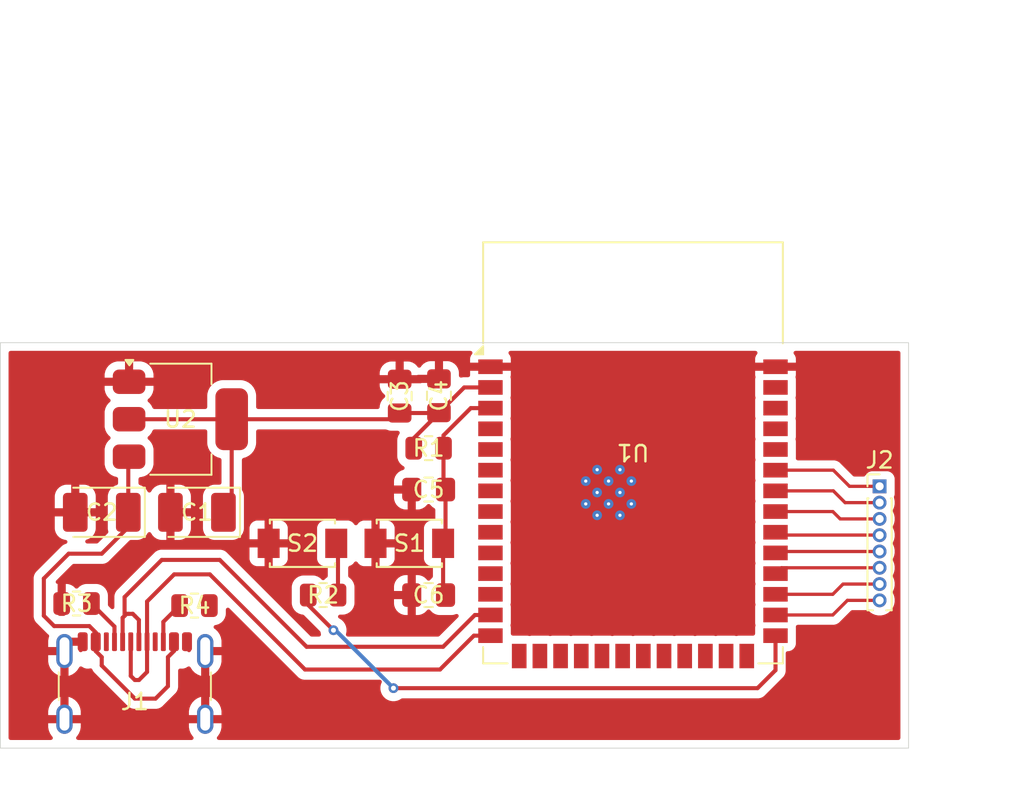
<source format=kicad_pcb>
(kicad_pcb (version 20241229) (generator "pcbnew") (generator_version "9.0")
  (layers (0 "F.Cu" signal) (2 "B.Cu" signal) (13 "F.Paste" user) (15 "B.Paste" user) (5 "F.SilkS" user "F.Silkscreen") (7 "B.SilkS" user "B.Silkscreen") (1 "F.Mask" user) (3 "B.Mask" user) (25 "Edge.Cuts" user))
  (net 0 "")
  (net 1 "+3V3")
  (net 2 "GND")
  (net 3 "+5V")
  (net 4 "EN")
  (net 5 "D-")
  (net 6 "D+")
  (net 8 "Net-(J1-CC1)")
  (net 9 "Net-(J1-CC2)")
  (net 11 "Net-(J2-Pin_4)")
  (net 12 "Net-(J2-Pin_3)")
  (net 13 "Net-(J2-Pin_8)")
  (net 14 "Net-(J2-Pin_7)")
  (net 15 "Net-(J2-Pin_6)")
  (net 16 "Net-(J2-Pin_2)")
  (net 17 "Net-(J2-Pin_5)")
  (net 18 "Net-(J2-Pin_1)")
  (net 19 "BOOT")
  (net 20 "Net-(R2-Pad2)")
  (footprint "Resistor_SMD:R_0805_2012Metric" (layer "F.Cu") (at 116.205 98.933)
    (property "Reference" "R2" (at 0 0 0) (layer "F.SilkS"))
    (property "Value" "100oh")
    (fp_line (start -0.227064 -0.735) (end 0.227064 -0.735) (stroke (width 0.12)) (layer "F.SilkS"))
    (fp_line (start -0.227064 0.735) (end 0.227064 0.735) (stroke (width 0.12)) (layer "F.SilkS"))
    (pad "1" smd roundrect (at -0.9125 0) (size 1.025 1.4) (layers "F.Cu" "F.Mask" "F.Paste") (roundrect_rratio 0.243902) (net 19 "BOOT"))
    (pad "2" smd roundrect (at 0.9125 0) (size 1.025 1.4) (layers "F.Cu" "F.Mask" "F.Paste") (roundrect_rratio 0.243902) (net 20 "Net-(R2-Pad2)"))
  )
  (footprint "Package_TO_SOT_SMD:SOT-223-3_TabPin2" (layer "F.Cu") (at 107.442 88.138)
    (property "Reference" "U2" (at 0 0 0) (layer "F.SilkS"))
    (property "Value" "AMS1117-3.3")
    (fp_line (start -1.85 -3.41) (end 1.91 -3.41) (stroke (width 0.12)) (layer "F.SilkS"))
    (fp_line (start -1.85 3.41) (end 1.91 3.41) (stroke (width 0.12)) (layer "F.SilkS"))
    (fp_line (start 1.91 -3.41) (end 1.91 -2.15) (stroke (width 0.12)) (layer "F.SilkS"))
    (fp_line (start 1.91 3.41) (end 1.91 2.15) (stroke (width 0.12)) (layer "F.SilkS"))
    (fp_poly (pts (xy -3.13 -3.31) (xy -3.37 -3.64) (xy -2.89 -3.64) (xy -3.13 -3.31)) (stroke (width 0.12)) (fill yes) (layer "F.SilkS"))
    (pad "1" smd roundrect (at -3.15 -2.3) (size 2 1.5) (layers "F.Cu" "F.Mask" "F.Paste") (net 2 "GND"))
    (pad "2" smd roundrect (at -3.15 0) (size 2 1.5) (layers "F.Cu" "F.Mask" "F.Paste") (net 1 "+3V3"))
    (pad "2" smd roundrect (at 3.15 0) (size 2 3.8) (layers "F.Cu" "F.Mask" "F.Paste") (net 1 "+3V3"))
    (pad "3" smd roundrect (at -3.15 2.3) (size 2 1.5) (layers "F.Cu" "F.Mask" "F.Paste") (net 3 "+5V"))
  )
  (footprint "Capacitor_SMD:C_0805_2012Metric_Pad1.18x1.45mm_HandSolder" (layer "F.Cu") (at 122.682 92.456)
    (property "Reference" "C5" (at 0 0 0) (layer "F.SilkS"))
    (property "Value" "1uf")
    (fp_line (start -0.261252 -0.735) (end 0.261252 -0.735) (stroke (width 0.12)) (layer "F.SilkS"))
    (fp_line (start -0.261252 0.735) (end 0.261252 0.735) (stroke (width 0.12)) (layer "F.SilkS"))
    (pad "1" smd roundrect (at -1.0375 0) (size 1.175 1.45) (layers "F.Cu" "F.Mask" "F.Paste") (roundrect_rratio 0.212766) (net 2 "GND"))
    (pad "2" smd roundrect (at 1.0375 0) (size 1.175 1.45) (layers "F.Cu" "F.Mask" "F.Paste") (roundrect_rratio 0.212766) (net 4 "EN"))
  )
  (footprint "Capacitor_SMD:C_0805_2012Metric_Pad1.18x1.45mm_HandSolder" (layer "F.Cu") (at 122.682 98.933)
    (property "Reference" "C6" (at 0 0 0) (layer "F.SilkS"))
    (property "Value" "100nf")
    (fp_line (start -0.261252 -0.735) (end 0.261252 -0.735) (stroke (width 0.12)) (layer "F.SilkS"))
    (fp_line (start -0.261252 0.735) (end 0.261252 0.735) (stroke (width 0.12)) (layer "F.SilkS"))
    (pad "1" smd roundrect (at -1.0375 0) (size 1.175 1.45) (layers "F.Cu" "F.Mask" "F.Paste") (roundrect_rratio 0.212766) (net 2 "GND"))
    (pad "2" smd roundrect (at 1.0375 0) (size 1.175 1.45) (layers "F.Cu" "F.Mask" "F.Paste") (roundrect_rratio 0.212766) (net 4 "EN"))
  )
  (footprint "Resistor_SMD:R_0805_2012Metric" (layer "F.Cu") (at 122.682 89.916)
    (property "Reference" "R1" (at 0 0 0) (layer "F.SilkS"))
    (property "Value" "10K")
    (fp_line (start -0.227064 -0.735) (end 0.227064 -0.735) (stroke (width 0.12)) (layer "F.SilkS"))
    (fp_line (start -0.227064 0.735) (end 0.227064 0.735) (stroke (width 0.12)) (layer "F.SilkS"))
    (pad "1" smd roundrect (at -0.9125 0) (size 1.025 1.4) (layers "F.Cu" "F.Mask" "F.Paste") (roundrect_rratio 0.243902) (net 1 "+3V3"))
    (pad "2" smd roundrect (at 0.9125 0) (size 1.025 1.4) (layers "F.Cu" "F.Mask" "F.Paste") (roundrect_rratio 0.243902) (net 4 "EN"))
  )
  (footprint "Capacitor_SMD:C_0805_2012Metric_Pad1.18x1.45mm_HandSolder" (layer "F.Cu") (at 120.904 86.7195 90)
    (property "Reference" "C3" (at 0 0 90) (layer "F.SilkS"))
    (property "Value" "22uf")
    (fp_line (start -0.261252 -0.735) (end 0.261252 -0.735) (stroke (width 0.12)) (layer "F.SilkS"))
    (fp_line (start -0.261252 0.735) (end 0.261252 0.735) (stroke (width 0.12)) (layer "F.SilkS"))
    (pad "1" smd roundrect (at -1.0375 0 90) (size 1.175 1.45) (layers "F.Cu" "F.Mask" "F.Paste") (roundrect_rratio 0.212766) (net 1 "+3V3"))
    (pad "2" smd roundrect (at 1.0375 0 90) (size 1.175 1.45) (layers "F.Cu" "F.Mask" "F.Paste") (roundrect_rratio 0.212766) (net 2 "GND"))
  )
  (footprint "Connector_USB:USB_C_Receptacle_GCT_USB4105-xx-A_16P_TopMnt_Horizontal" (layer "F.Cu") (at 104.646 105.478)
    (property "Reference" "J1" (at 0 0 0) (layer "F.SilkS"))
    (property "Value" "USB_C_Receptacle_USB2.0_16P")
    (fp_line (start -4.67 -0.1) (end -4.67 -1.8) (stroke (width 0.12)) (layer "F.SilkS"))
    (fp_line (start 4.67 -0.1) (end 4.67 -1.8) (stroke (width 0.12)) (layer "F.SilkS"))
    (pad "" np_thru_hole circle (at -2.89 -2.605) (size 0.65 0.65) (drill 0.65) (layers "*.Cu" "*.Mask"))
    (pad "" np_thru_hole circle (at 2.89 -2.605) (size 0.65 0.65) (drill 0.65) (layers "*.Cu" "*.Mask"))
    (pad "A1" smd roundrect (at -3.2 -3.68) (size 0.6 1.15) (layers "F.Cu" "F.Mask" "F.Paste") (net 2 "GND"))
    (pad "A4" smd roundrect (at -2.4 -3.68) (size 0.6 1.15) (layers "F.Cu" "F.Mask" "F.Paste") (net 3 "+5V"))
    (pad "A5" smd roundrect (at -1.25 -3.68) (size 0.3 1.15) (layers "F.Cu" "F.Mask" "F.Paste") (net 8 "Net-(J1-CC1)"))
    (pad "A6" smd roundrect (at -0.25 -3.68) (size 0.3 1.15) (layers "F.Cu" "F.Mask" "F.Paste") (net 6 "D+"))
    (pad "A7" smd roundrect (at 0.25 -3.68) (size 0.3 1.15) (layers "F.Cu" "F.Mask" "F.Paste") (net 5 "D-"))
    (pad "A8" smd roundrect (at 1.25 -3.68) (size 0.3 1.15) (layers "F.Cu" "F.Mask" "F.Paste"))
    (pad "A9" smd roundrect (at 2.4 -3.68) (size 0.6 1.15) (layers "F.Cu" "F.Mask" "F.Paste") (net 3 "+5V"))
    (pad "A12" smd roundrect (at 3.2 -3.68) (size 0.6 1.15) (layers "F.Cu" "F.Mask" "F.Paste") (net 2 "GND"))
    (pad "B1" smd roundrect (at 3.2 -3.68) (size 0.6 1.15) (layers "F.Cu" "F.Mask" "F.Paste") (net 2 "GND"))
    (pad "B4" smd roundrect (at 2.4 -3.68) (size 0.6 1.15) (layers "F.Cu" "F.Mask" "F.Paste") (net 3 "+5V"))
    (pad "B5" smd roundrect (at 1.75 -3.68) (size 0.3 1.15) (layers "F.Cu" "F.Mask" "F.Paste") (net 9 "Net-(J1-CC2)"))
    (pad "B6" smd roundrect (at 0.75 -3.68) (size 0.3 1.15) (layers "F.Cu" "F.Mask" "F.Paste") (net 6 "D+"))
    (pad "B7" smd roundrect (at -0.75 -3.68) (size 0.3 1.15) (layers "F.Cu" "F.Mask" "F.Paste") (net 5 "D-"))
    (pad "B8" smd roundrect (at -1.75 -3.68) (size 0.3 1.15) (layers "F.Cu" "F.Mask" "F.Paste"))
    (pad "B9" smd roundrect (at -2.4 -3.68) (size 0.6 1.15) (layers "F.Cu" "F.Mask" "F.Paste") (net 3 "+5V"))
    (pad "B12" smd roundrect (at -3.2 -3.68) (size 0.6 1.15) (layers "F.Cu" "F.Mask" "F.Paste") (net 2 "GND"))
    (pad "S1" thru_hole oval (at -4.32 -3.105) (size 1 2.1) (drill oval 0.6 1.7) (property pad_prop_heatsink) (layers "*.Cu" "*.Mask" "F.Paste") (net 2 "GND"))
    (pad "S1" thru_hole oval (at -4.32 1.075) (size 1 1.8) (drill oval 0.6 1.4) (property pad_prop_heatsink) (layers "*.Cu" "*.Mask" "F.Paste") (net 2 "GND"))
    (pad "S1" thru_hole oval (at 4.32 -3.105) (size 1 2.1) (drill oval 0.6 1.7) (property pad_prop_heatsink) (layers "*.Cu" "*.Mask" "F.Paste") (net 2 "GND"))
    (pad "S1" thru_hole oval (at 4.32 1.075) (size 1 1.8) (drill oval 0.6 1.4) (property pad_prop_heatsink) (layers "*.Cu" "*.Mask" "F.Paste") (net 2 "GND"))
  )
  (footprint "RF_Module:ESP32-S3-WROOM-1" (layer "F.Cu") (at 135.228 90.176)
    (property "Reference" "U1" (at 0 0 180) (layer "F.SilkS"))
    (property "Value" "ESP32-S3-WROOM-1")
    (fp_line (start -9.2 -12.9) (end -9.2 -6.7) (stroke (width 0.12)) (layer "F.SilkS"))
    (fp_line (start -9.2 -12.9) (end 9.2 -12.9) (stroke (width 0.12)) (layer "F.SilkS"))
    (fp_line (start -9.2 11.95) (end -9.2 12.95) (stroke (width 0.12)) (layer "F.SilkS"))
    (fp_line (start -9.2 12.95) (end -7.7 12.95) (stroke (width 0.12)) (layer "F.SilkS"))
    (fp_line (start 9.2 -12.9) (end 9.2 -6.7) (stroke (width 0.12)) (layer "F.SilkS"))
    (fp_line (start 9.2 12.95) (end 7.7 12.95) (stroke (width 0.12)) (layer "F.SilkS"))
    (fp_line (start 9.2 12.95) (end 9.2 11.95) (stroke (width 0.12)) (layer "F.SilkS"))
    (fp_poly (pts (xy -9.2 -6.025) (xy -9.7 -6.025) (xy -9.2 -6.525) (xy -9.2 -6.025)) (stroke (width 0.12)) (fill yes) (layer "F.SilkS"))
    (pad "1" smd rect (at -8.75 -5.26) (size 1.5 0.9) (layers "F.Cu" "F.Mask" "F.Paste") (net 2 "GND"))
    (pad "2" smd rect (at -8.75 -3.99) (size 1.5 0.9) (layers "F.Cu" "F.Mask" "F.Paste") (net 1 "+3V3"))
    (pad "3" smd rect (at -8.75 -2.72) (size 1.5 0.9) (layers "F.Cu" "F.Mask" "F.Paste") (net 4 "EN"))
    (pad "4" smd rect (at -8.75 -1.45) (size 1.5 0.9) (layers "F.Cu" "F.Mask" "F.Paste"))
    (pad "5" smd rect (at -8.75 -0.18) (size 1.5 0.9) (layers "F.Cu" "F.Mask" "F.Paste"))
    (pad "6" smd rect (at -8.75 1.09) (size 1.5 0.9) (layers "F.Cu" "F.Mask" "F.Paste"))
    (pad "7" smd rect (at -8.75 2.36) (size 1.5 0.9) (layers "F.Cu" "F.Mask" "F.Paste"))
    (pad "8" smd rect (at -8.75 3.63) (size 1.5 0.9) (layers "F.Cu" "F.Mask" "F.Paste"))
    (pad "9" smd rect (at -8.75 4.9) (size 1.5 0.9) (layers "F.Cu" "F.Mask" "F.Paste"))
    (pad "10" smd rect (at -8.75 6.17) (size 1.5 0.9) (layers "F.Cu" "F.Mask" "F.Paste"))
    (pad "11" smd rect (at -8.75 7.44) (size 1.5 0.9) (layers "F.Cu" "F.Mask" "F.Paste"))
    (pad "12" smd rect (at -8.75 8.71) (size 1.5 0.9) (layers "F.Cu" "F.Mask" "F.Paste"))
    (pad "13" smd rect (at -8.75 9.98) (size 1.5 0.9) (layers "F.Cu" "F.Mask" "F.Paste") (net 5 "D-"))
    (pad "14" smd rect (at -8.75 11.25 180) (size 1.5 0.9) (layers "F.Cu" "F.Mask" "F.Paste") (net 6 "D+"))
    (pad "15" smd rect (at -6.985 12.5 270) (size 1.5 0.9) (layers "F.Cu" "F.Mask" "F.Paste"))
    (pad "16" smd rect (at -5.715 12.5 270) (size 1.5 0.9) (layers "F.Cu" "F.Mask" "F.Paste"))
    (pad "17" smd rect (at -4.445 12.5 270) (size 1.5 0.9) (layers "F.Cu" "F.Mask" "F.Paste"))
    (pad "18" smd rect (at -3.175 12.5 270) (size 1.5 0.9) (layers "F.Cu" "F.Mask" "F.Paste"))
    (pad "19" smd rect (at -1.905 12.5 270) (size 1.5 0.9) (layers "F.Cu" "F.Mask" "F.Paste"))
    (pad "20" smd rect (at -0.635 12.5 270) (size 1.5 0.9) (layers "F.Cu" "F.Mask" "F.Paste"))
    (pad "21" smd rect (at 0.635 12.5 270) (size 1.5 0.9) (layers "F.Cu" "F.Mask" "F.Paste"))
    (pad "22" smd rect (at 1.905 12.5 270) (size 1.5 0.9) (layers "F.Cu" "F.Mask" "F.Paste"))
    (pad "23" smd rect (at 3.175 12.5 270) (size 1.5 0.9) (layers "F.Cu" "F.Mask" "F.Paste"))
    (pad "24" smd rect (at 4.445 12.5 270) (size 1.5 0.9) (layers "F.Cu" "F.Mask" "F.Paste"))
    (pad "25" smd rect (at 5.715 12.5 270) (size 1.5 0.9) (layers "F.Cu" "F.Mask" "F.Paste"))
    (pad "26" smd rect (at 6.985 12.5 270) (size 1.5 0.9) (layers "F.Cu" "F.Mask" "F.Paste"))
    (pad "27" smd rect (at 8.75 11.25) (size 1.5 0.9) (layers "F.Cu" "F.Mask" "F.Paste") (net 19 "BOOT"))
    (pad "28" smd rect (at 8.75 9.98) (size 1.5 0.9) (layers "F.Cu" "F.Mask" "F.Paste") (net 13 "Net-(J2-Pin_8)"))
    (pad "29" smd rect (at 8.75 8.71) (size 1.5 0.9) (layers "F.Cu" "F.Mask" "F.Paste") (net 14 "Net-(J2-Pin_7)"))
    (pad "30" smd rect (at 8.75 7.44) (size 1.5 0.9) (layers "F.Cu" "F.Mask" "F.Paste") (net 15 "Net-(J2-Pin_6)"))
    (pad "31" smd rect (at 8.75 6.17) (size 1.5 0.9) (layers "F.Cu" "F.Mask" "F.Paste") (net 17 "Net-(J2-Pin_5)"))
    (pad "32" smd rect (at 8.75 4.9) (size 1.5 0.9) (layers "F.Cu" "F.Mask" "F.Paste") (net 11 "Net-(J2-Pin_4)"))
    (pad "33" smd rect (at 8.75 3.63) (size 1.5 0.9) (layers "F.Cu" "F.Mask" "F.Paste") (net 12 "Net-(J2-Pin_3)"))
    (pad "34" smd rect (at 8.75 2.36) (size 1.5 0.9) (layers "F.Cu" "F.Mask" "F.Paste") (net 16 "Net-(J2-Pin_2)"))
    (pad "35" smd rect (at 8.75 1.09) (size 1.5 0.9) (layers "F.Cu" "F.Mask" "F.Paste") (net 18 "Net-(J2-Pin_1)"))
    (pad "36" smd rect (at 8.75 -0.18) (size 1.5 0.9) (layers "F.Cu" "F.Mask" "F.Paste"))
    (pad "37" smd rect (at 8.75 -1.45) (size 1.5 0.9) (layers "F.Cu" "F.Mask" "F.Paste"))
    (pad "38" smd rect (at 8.75 -2.72) (size 1.5 0.9) (layers "F.Cu" "F.Mask" "F.Paste"))
    (pad "39" smd rect (at 8.75 -3.99) (size 1.5 0.9) (layers "F.Cu" "F.Mask" "F.Paste"))
    (pad "40" smd rect (at 8.75 -5.26) (size 1.5 0.9) (layers "F.Cu" "F.Mask" "F.Paste") (net 2 "GND"))
    (pad "41" thru_hole circle (at -2.9 1.76 90) (size 0.6 0.6) (drill 0.2) (property pad_prop_heatsink) (layers "*.Cu" "F.Mask") (net 2 "GND"))
    (pad "41" thru_hole circle (at -2.9 3.16) (size 0.6 0.6) (drill 0.2) (property pad_prop_heatsink) (layers "*.Cu" "F.Mask") (net 2 "GND"))
    (pad "41" thru_hole circle (at -2.2 1.06) (size 0.6 0.6) (drill 0.2) (property pad_prop_heatsink) (layers "*.Cu" "F.Mask") (net 2 "GND"))
    (pad "41" thru_hole circle (at -2.2 2.46) (size 0.6 0.6) (drill 0.2) (property pad_prop_heatsink) (layers "*.Cu" "F.Mask") (net 2 "GND"))
    (pad "41" thru_hole circle (at -2.2 3.86) (size 0.6 0.6) (drill 0.2) (property pad_prop_heatsink) (layers "*.Cu" "F.Mask") (net 2 "GND"))
    (pad "41" thru_hole circle (at -1.5 1.76) (size 0.6 0.6) (drill 0.2) (property pad_prop_heatsink) (layers "*.Cu" "F.Mask") (net 2 "GND"))
    (pad "41" smd rect (at -1.5 2.46 270) (size 3.9 3.9) (property pad_prop_heatsink) (layers "F.Cu" "F.Mask") (net 2 "GND"))
    (pad "41" thru_hole circle (at -1.5 3.16) (size 0.6 0.6) (drill 0.2) (property pad_prop_heatsink) (layers "*.Cu" "F.Mask") (net 2 "GND"))
    (pad "41" thru_hole circle (at -0.8 1.06) (size 0.6 0.6) (drill 0.2) (property pad_prop_heatsink) (layers "*.Cu" "F.Mask") (net 2 "GND"))
    (pad "41" thru_hole circle (at -0.8 2.46) (size 0.6 0.6) (drill 0.2) (property pad_prop_heatsink) (layers "*.Cu" "F.Mask") (net 2 "GND"))
    (pad "41" thru_hole circle (at -0.8 3.86) (size 0.6 0.6) (drill 0.2) (property pad_prop_heatsink) (layers "*.Cu" "F.Mask") (net 2 "GND"))
    (pad "41" thru_hole circle (at -0.1 1.76) (size 0.6 0.6) (drill 0.2) (property pad_prop_heatsink) (layers "*.Cu" "F.Mask") (net 2 "GND"))
    (pad "41" thru_hole circle (at -0.1 3.16) (size 0.6 0.6) (drill 0.2) (property pad_prop_heatsink) (layers "*.Cu" "F.Mask") (net 2 "GND"))
    (zone (net 0) (net_name "") (layers "F.Cu" "B.Cu") (connect_pads (clearance 0)) (min_thickness 0.254)
      (keepout (tracks not_allowed) (vias not_allowed) (pads not_allowed) (copperpour not_allowed) (footprints not_allowed))
      (fill (thermal_gap 0.508) (thermal_bridge_width 0.508))
      (polygon (pts (xy 111.228 83.426) (xy 159.228 83.426) (xy 159.228 62.426) (xy 111.228 62.426)))
    )
  )
  (footprint "Connector_PinHeader_1.00mm:PinHeader_1x08_P1.00mm_Vertical" (layer "F.Cu") (at 150.368 92.258)
    (property "Reference" "J2" (at 0 -1.61 0) (layer "F.SilkS"))
    (property "Value" "Conn_01x08_Pin")
    (fp_line (start -0.745 -0.735) (end 0 -0.735) (stroke (width 0.12)) (layer "F.SilkS"))
    (fp_line (start -0.745 0) (end -0.745 -0.735) (stroke (width 0.12)) (layer "F.SilkS"))
    (fp_line (start -0.745 0.735) (end -0.745 7.61) (stroke (width 0.12)) (layer "F.SilkS"))
    (fp_line (start -0.745 0.735) (end -0.685565 0.735) (stroke (width 0.12)) (layer "F.SilkS"))
    (fp_line (start -0.745 7.61) (end -0.41003 7.61) (stroke (width 0.12)) (layer "F.SilkS"))
    (fp_line (start 0.41003 7.61) (end 0.745 7.61) (stroke (width 0.12)) (layer "F.SilkS"))
    (fp_line (start 0.685565 0.735) (end 0.745 0.735) (stroke (width 0.12)) (layer "F.SilkS"))
    (fp_line (start 0.745 0.735) (end 0.745 7.61) (stroke (width 0.12)) (layer "F.SilkS"))
    (pad "1" thru_hole rect (at 0 0) (size 0.85 0.85) (drill 0.5) (layers "*.Cu" "*.Mask") (net 18 "Net-(J2-Pin_1)"))
    (pad "2" thru_hole circle (at 0 1) (size 0.85 0.85) (drill 0.5) (layers "*.Cu" "*.Mask") (net 16 "Net-(J2-Pin_2)"))
    (pad "3" thru_hole circle (at 0 2) (size 0.85 0.85) (drill 0.5) (layers "*.Cu" "*.Mask") (net 12 "Net-(J2-Pin_3)"))
    (pad "4" thru_hole circle (at 0 3) (size 0.85 0.85) (drill 0.5) (layers "*.Cu" "*.Mask") (net 11 "Net-(J2-Pin_4)"))
    (pad "5" thru_hole circle (at 0 4) (size 0.85 0.85) (drill 0.5) (layers "*.Cu" "*.Mask") (net 17 "Net-(J2-Pin_5)"))
    (pad "6" thru_hole circle (at 0 5) (size 0.85 0.85) (drill 0.5) (layers "*.Cu" "*.Mask") (net 15 "Net-(J2-Pin_6)"))
    (pad "7" thru_hole circle (at 0 6) (size 0.85 0.85) (drill 0.5) (layers "*.Cu" "*.Mask") (net 14 "Net-(J2-Pin_7)"))
    (pad "8" thru_hole circle (at 0 7) (size 0.85 0.85) (drill 0.5) (layers "*.Cu" "*.Mask") (net 13 "Net-(J2-Pin_8)"))
  )
  (footprint "Capacitor_Tantalum_SMD:CP_EIA-3528-21_Kemet-B_HandSolder" (layer "F.Cu") (at 102.616 93.853 180)
    (property "Reference" "C2" (at 0 0 0) (layer "F.SilkS"))
    (property "Value" "100uf")
    (fp_line (start 1.75 -1.51) (end -2.645 -1.51) (stroke (width 0.12)) (layer "F.SilkS"))
    (fp_line (start -2.645 1.51) (end 1.75 1.51) (stroke (width 0.12)) (layer "F.SilkS"))
    (fp_line (start -2.645 -1.51) (end -2.645 1.51) (stroke (width 0.12)) (layer "F.SilkS"))
    (pad "1" smd roundrect (at -1.6275 0 180) (size 1.515 2.39) (layers "F.Cu" "F.Mask" "F.Paste") (roundrect_rratio 0.165017) (net 3 "+5V"))
    (pad "2" smd roundrect (at 1.6275 0 180) (size 1.515 2.39) (layers "F.Cu" "F.Mask" "F.Paste") (roundrect_rratio 0.165017) (net 2 "GND"))
  )
  (footprint "Resistor_SMD:R_0805_2012Metric" (layer "F.Cu") (at 108.3075 99.579)
    (property "Reference" "R4" (at 0 0 0) (layer "F.SilkS"))
    (property "Value" "5.1k")
    (fp_line (start -0.227064 -0.735) (end 0.227064 -0.735) (stroke (width 0.12)) (layer "F.SilkS"))
    (fp_line (start -0.227064 0.735) (end 0.227064 0.735) (stroke (width 0.12)) (layer "F.SilkS"))
    (pad "1" smd roundrect (at -0.9125 0) (size 1.025 1.4) (layers "F.Cu" "F.Mask" "F.Paste") (roundrect_rratio 0.243902) (net 9 "Net-(J1-CC2)"))
    (pad "2" smd roundrect (at 0.9125 0) (size 1.025 1.4) (layers "F.Cu" "F.Mask" "F.Paste") (roundrect_rratio 0.243902) (net 2 "GND"))
  )
  (footprint "TS-1088-AR02016_THT:SW_TS-1088-AR02016" (layer "F.Cu") (at 114.935 95.758 180)
    (property "Reference" "S2" (at 0 0 0) (layer "F.SilkS"))
    (property "Value" "TS-1088-AR02016")
    (fp_line (start 2 1.45) (end 2 1.22) (stroke (width 0.127)) (layer "F.SilkS"))
    (fp_line (start 2 1.45) (end -2 1.45) (stroke (width 0.127)) (layer "F.SilkS"))
    (fp_line (start 2 -1.45) (end 2 -1.22) (stroke (width 0.127)) (layer "F.SilkS"))
    (fp_line (start -2 1.45) (end -2 1.22) (stroke (width 0.127)) (layer "F.SilkS"))
    (fp_line (start -2 -1.22) (end -2 -1.45) (stroke (width 0.127)) (layer "F.SilkS"))
    (fp_line (start -2 -1.45) (end 2 -1.45) (stroke (width 0.127)) (layer "F.SilkS"))
    (pad "1" smd rect (at -2.075 0 180) (size 1.35 1.8) (layers "F.Cu" "F.Mask" "F.Paste") (net 20 "Net-(R2-Pad2)"))
    (pad "2" smd rect (at 2.075 0 180) (size 1.35 1.8) (layers "F.Cu" "F.Mask" "F.Paste") (net 2 "GND"))
  )
  (footprint "TS-1088-AR02016_THT:SW_TS-1088-AR02016" (layer "F.Cu") (at 121.496 95.758 180)
    (property "Reference" "S1" (at 0 0 0) (layer "F.SilkS"))
    (property "Value" "TS-1088-AR02016")
    (fp_line (start 2 1.45) (end 2 1.22) (stroke (width 0.127)) (layer "F.SilkS"))
    (fp_line (start 2 1.45) (end -2 1.45) (stroke (width 0.127)) (layer "F.SilkS"))
    (fp_line (start 2 -1.45) (end 2 -1.22) (stroke (width 0.127)) (layer "F.SilkS"))
    (fp_line (start -2 1.45) (end -2 1.22) (stroke (width 0.127)) (layer "F.SilkS"))
    (fp_line (start -2 -1.22) (end -2 -1.45) (stroke (width 0.127)) (layer "F.SilkS"))
    (fp_line (start -2 -1.45) (end 2 -1.45) (stroke (width 0.127)) (layer "F.SilkS"))
    (pad "1" smd rect (at -2.075 0 180) (size 1.35 1.8) (layers "F.Cu" "F.Mask" "F.Paste") (net 4 "EN"))
    (pad "2" smd rect (at 2.075 0 180) (size 1.35 1.8) (layers "F.Cu" "F.Mask" "F.Paste") (net 2 "GND"))
  )
  (footprint "Capacitor_Tantalum_SMD:CP_EIA-3528-21_Kemet-B_HandSolder" (layer "F.Cu") (at 108.458 93.853 180)
    (property "Reference" "C1" (at 0 0 0) (layer "F.SilkS"))
    (property "Value" "100uf")
    (fp_line (start 1.75 -1.51) (end -2.645 -1.51) (stroke (width 0.12)) (layer "F.SilkS"))
    (fp_line (start -2.645 1.51) (end 1.75 1.51) (stroke (width 0.12)) (layer "F.SilkS"))
    (fp_line (start -2.645 -1.51) (end -2.645 1.51) (stroke (width 0.12)) (layer "F.SilkS"))
    (pad "1" smd roundrect (at -1.6275 0 180) (size 1.515 2.39) (layers "F.Cu" "F.Mask" "F.Paste") (roundrect_rratio 0.165017) (net 1 "+3V3"))
    (pad "2" smd roundrect (at 1.6275 0 180) (size 1.515 2.39) (layers "F.Cu" "F.Mask" "F.Paste") (roundrect_rratio 0.165017) (net 2 "GND"))
  )
  (footprint "Capacitor_SMD:C_0805_2012Metric_Pad1.18x1.45mm_HandSolder" (layer "F.Cu") (at 123.317 86.698 90)
    (property "Reference" "C4" (at 0 0 90) (layer "F.SilkS"))
    (property "Value" "100nf")
    (fp_line (start -0.261252 -0.735) (end 0.261252 -0.735) (stroke (width 0.12)) (layer "F.SilkS"))
    (fp_line (start -0.261252 0.735) (end 0.261252 0.735) (stroke (width 0.12)) (layer "F.SilkS"))
    (pad "1" smd roundrect (at -1.0375 0 90) (size 1.175 1.45) (layers "F.Cu" "F.Mask" "F.Paste") (roundrect_rratio 0.212766) (net 1 "+3V3"))
    (pad "2" smd roundrect (at 1.0375 0 90) (size 1.175 1.45) (layers "F.Cu" "F.Mask" "F.Paste") (roundrect_rratio 0.212766) (net 2 "GND"))
  )
  (footprint "Resistor_SMD:R_0805_2012Metric" (layer "F.Cu") (at 101.0685 99.452 180)
    (property "Reference" "R3" (at 0 0 0) (layer "F.SilkS"))
    (property "Value" "5.1k")
    (fp_line (start -0.227064 0.735) (end 0.227064 0.735) (stroke (width 0.12)) (layer "F.SilkS"))
    (fp_line (start -0.227064 -0.735) (end 0.227064 -0.735) (stroke (width 0.12)) (layer "F.SilkS"))
    (pad "1" smd roundrect (at -0.9125 0 180) (size 1.025 1.4) (layers "F.Cu" "F.Mask" "F.Paste") (roundrect_rratio 0.243902) (net 8 "Net-(J1-CC1)"))
    (pad "2" smd roundrect (at 0.9125 0 180) (size 1.025 1.4) (layers "F.Cu" "F.Mask" "F.Paste") (roundrect_rratio 0.243902) (net 2 "GND"))
  )
  (gr_rect (start 96.393 83.439) (end 152.146 108.331) (stroke (width 0.05)) (fill no) (layer "Edge.Cuts"))
  (segment (start 126.478 86.186) (end 126.177 86.487) (width 0.25) (layer "F.Cu") (net 1))
  (segment (start 110.592 93.3465) (end 110.0855 93.853) (width 0.25) (layer "F.Cu") (net 1))
  (segment (start 104.292 88.138) (end 110.592 88.138) (width 0.25) (layer "F.Cu") (net 1))
  (segment (start 120.523 88.138) (end 120.904 87.757) (width 0.25) (layer "F.Cu") (net 1))
  (segment (start 110.592 88.138) (end 110.592 93.3465) (width 0.25) (layer "F.Cu") (net 1))
  (segment (start 123.317 87.7355) (end 124.8665 86.186) (width 0.25) (layer "F.Cu") (net 1))
  (segment (start 124.8665 86.186) (end 126.478 86.186) (width 0.25) (layer "F.Cu") (net 1))
  (segment (start 123.317 87.757) (end 121.7695 89.3045) (width 0.25) (layer "F.Cu") (net 1))
  (segment (start 120.904 87.757) (end 123.2955 87.757) (width 0.25) (layer "F.Cu") (net 1))
  (segment (start 123.317 87.7355) (end 123.317 87.757) (width 0.25) (layer "F.Cu") (net 1))
  (segment (start 110.592 88.138) (end 120.523 88.138) (width 0.25) (layer "F.Cu") (net 1))
  (segment (start 123.063 87.4815) (end 123.317 87.7355) (width 0.25) (layer "F.Cu") (net 1))
  (segment (start 123.2955 87.757) (end 123.317 87.7355) (width 0.25) (layer "F.Cu") (net 1))
  (segment (start 121.7695 89.3045) (end 121.7695 89.916) (width 0.25) (layer "F.Cu") (net 1))
  (segment (start 102.246 101.23) (end 101.854 100.838) (width 0.25) (layer "F.Cu") (net 3))
  (segment (start 99.06 97.917) (end 100.584 96.393) (width 0.25) (layer "F.Cu") (net 3))
  (segment (start 102.616 96.393) (end 104.2435 94.7655) (width 0.25) (layer "F.Cu") (net 3))
  (segment (start 100.584 96.393) (end 102.616 96.393) (width 0.25) (layer "F.Cu") (net 3))
  (segment (start 102.246 101.798) (end 102.246 101.23) (width 0.25) (layer "F.Cu") (net 3))
  (segment (start 99.06 100.203) (end 99.06 97.917) (width 0.25) (layer "F.Cu") (net 3))
  (segment (start 107.046 101.798) (end 107.046 102.371636) (width 0.25) (layer "F.Cu") (net 3))
  (segment (start 105.916 105.2915) (end 104.646 105.2915) (width 0.25) (layer "F.Cu") (net 3))
  (segment (start 104.2435 94.7655) (end 104.2435 93.853) (width 0.25) (layer "F.Cu") (net 3))
  (segment (start 101.854 100.838) (end 99.695 100.838) (width 0.25) (layer "F.Cu") (net 3))
  (segment (start 99.695 100.838) (end 99.06 100.203) (width 0.25) (layer "F.Cu") (net 3))
  (segment (start 102.246 102.372999) (end 102.246 101.798) (width 0.25) (layer "F.Cu") (net 3))
  (segment (start 104.2435 93.853) (end 104.2435 90.4865) (width 0.25) (layer "F.Cu") (net 3))
  (segment (start 102.614 103.2595) (end 102.614 102.740999) (width 0.25) (layer "F.Cu") (net 3))
  (segment (start 104.2435 90.4865) (end 104.292 90.438) (width 0.25) (layer "F.Cu") (net 3))
  (segment (start 106.678 104.5295) (end 105.916 105.2915) (width 0.25) (layer "F.Cu") (net 3))
  (segment (start 107.046 102.371636) (end 106.678 102.739636) (width 0.25) (layer "F.Cu") (net 3))
  (segment (start 102.614 102.740999) (end 102.246 102.372999) (width 0.25) (layer "F.Cu") (net 3))
  (segment (start 104.646 105.2915) (end 102.614 103.2595) (width 0.25) (layer "F.Cu") (net 3))
  (segment (start 106.678 102.739636) (end 106.678 104.5295) (width 0.25) (layer "F.Cu") (net 3))
  (segment (start 123.5945 89.916) (end 123.5945 89.1305) (width 0.25) (layer "F.Cu") (net 4))
  (segment (start 123.571 95.758) (end 123.571 98.7845) (width 0.25) (layer "F.Cu") (net 4))
  (segment (start 123.7195 92.456) (end 123.7195 95.6095) (width 0.25) (layer "F.Cu") (net 4))
  (segment (start 123.571 98.7845) (end 123.7195 98.933) (width 0.25) (layer "F.Cu") (net 4))
  (segment (start 123.5945 89.916) (end 123.5945 92.331) (width 0.25) (layer "F.Cu") (net 4))
  (segment (start 123.5945 89.1305) (end 125.269 87.456) (width 0.25) (layer "F.Cu") (net 4))
  (segment (start 123.7195 95.6095) (end 123.571 95.758) (width 0.25) (layer "F.Cu") (net 4))
  (segment (start 123.5945 92.331) (end 123.7195 92.456) (width 0.25) (layer "F.Cu") (net 4))
  (segment (start 125.269 87.456) (end 126.478 87.456) (width 0.25) (layer "F.Cu") (net 4))
  (segment (start 123.571 92.0965) (end 123.7195 91.948) (width 0.25) (layer "F.Cu") (net 4))
  (segment (start 126.478 100.156) (end 125.523 100.156) (width 0.25) (layer "F.Cu") (net 5))
  (segment (start 104.267 100.0845) (end 104.519 100.0845) (width 0.25) (layer "F.Cu") (net 5))
  (segment (start 109.856405 96.774) (end 106.299 96.774) (width 0.25) (layer "F.Cu") (net 5))
  (segment (start 104.01625 99.05675) (end 104.01625 100.20625) (width 0.25) (layer "F.Cu") (net 5))
  (segment (start 115.190405 102.108) (end 109.856405 96.774) (width 0.25) (layer "F.Cu") (net 5))
  (segment (start 103.896 101.798) (end 103.896 100.3265) (width 0.25) (layer "F.Cu") (net 5))
  (segment (start 106.299 96.774) (end 104.01625 99.05675) (width 0.25) (layer "F.Cu") (net 5))
  (segment (start 125.523 100.156) (end 123.571 102.108) (width 0.25) (layer "F.Cu") (net 5))
  (segment (start 103.896 100.3265) (end 104.01625 100.20625) (width 0.25) (layer "F.Cu") (net 5))
  (segment (start 104.519 100.0845) (end 104.646 100.2115) (width 0.25) (layer "F.Cu") (net 5))
  (segment (start 104.896 100.4615) (end 104.896 101.798) (width 0.25) (layer "F.Cu") (net 5))
  (segment (start 104.646 100.2115) (end 104.896 100.4615) (width 0.25) (layer "F.Cu") (net 5))
  (segment (start 104.01625 100.20625) (end 104.138 100.0845) (width 0.25) (layer "F.Cu") (net 5))
  (segment (start 104.138 100.0845) (end 104.267 100.0845) (width 0.25) (layer "F.Cu") (net 5))
  (segment (start 123.571 102.108) (end 115.190405 102.108) (width 0.25) (layer "F.Cu") (net 5))
  (segment (start 104.9 104.1485) (end 105.396 103.6525) (width 0.25) (layer "F.Cu") (net 6))
  (segment (start 115.092906 103.505) (end 109.250906 97.663) (width 0.25) (layer "F.Cu") (net 6))
  (segment (start 105.396 103.6525) (end 105.396 101.798) (width 0.25) (layer "F.Cu") (net 6))
  (segment (start 104.396 103.8985) (end 104.646 104.1485) (width 0.25) (layer "F.Cu") (net 6))
  (segment (start 123.3805 103.505) (end 115.092906 103.505) (width 0.25) (layer "F.Cu") (net 6))
  (segment (start 107.061 97.663) (end 105.396 99.328) (width 0.25) (layer "F.Cu") (net 6))
  (segment (start 104.646 104.1485) (end 104.9 104.1485) (width 0.25) (layer "F.Cu") (net 6))
  (segment (start 105.396 99.328) (end 105.396 101.798) (width 0.25) (layer "F.Cu") (net 6))
  (segment (start 109.250906 97.663) (end 107.061 97.663) (width 0.25) (layer "F.Cu") (net 6))
  (segment (start 104.396 101.798) (end 104.396 103.8985) (width 0.25) (layer "F.Cu") (net 6))
  (segment (start 126.478 101.426) (end 125.4595 101.426) (width 0.25) (layer "F.Cu") (net 6))
  (segment (start 125.4595 101.426) (end 123.3805 103.505) (width 0.25) (layer "F.Cu") (net 6))
  (segment (start 103.396 100.867) (end 103.396 101.798) (width 0.25) (layer "F.Cu") (net 8))
  (segment (start 101.981 99.452) (end 103.396 100.867) (width 0.25) (layer "F.Cu") (net 8))
  (segment (start 106.396 100.578) (end 106.396 101.798) (width 0.25) (layer "F.Cu") (net 9))
  (segment (start 107.395 99.579) (end 106.396 100.578) (width 0.25) (layer "F.Cu") (net 9))
  (segment (start 150.36 95.25) (end 144.16 95.25) (width 0.2) (layer "F.Cu") (net 11))
  (segment (start 144.16 95.25) (end 143.986 95.076) (width 0.2) (layer "F.Cu") (net 11))
  (segment (start 150.368 95.258) (end 150.36 95.25) (width 0.2) (layer "F.Cu") (net 11))
  (segment (start 147.49525 93.806) (end 147.94725 94.258) (width 0.2) (layer "F.Cu") (net 12))
  (segment (start 147.94725 94.258) (end 150.368 94.258) (width 0.2) (layer "F.Cu") (net 12))
  (segment (start 143.986 93.806) (end 147.49525 93.806) (width 0.2) (layer "F.Cu") (net 12))
  (segment (start 150.368 99.258) (end 148.392 99.258) (width 0.2) (layer "F.Cu") (net 13))
  (segment (start 148.392 99.258) (end 147.494 100.156) (width 0.2) (layer "F.Cu") (net 13))
  (segment (start 147.494 100.156) (end 143.986 100.156) (width 0.2) (layer "F.Cu") (net 13))
  (segment (start 148.122 98.258) (end 147.494 98.886) (width 0.2) (layer "F.Cu") (net 14))
  (segment (start 150.368 98.258) (end 148.122 98.258) (width 0.2) (layer "F.Cu") (net 14))
  (segment (start 147.494 98.886) (end 143.986 98.886) (width 0.2) (layer "F.Cu") (net 14))
  (segment (start 144.344 97.258) (end 143.986 97.616) (width 0.2) (layer "F.Cu") (net 15))
  (segment (start 150.368 97.258) (end 144.344 97.258) (width 0.2) (layer "F.Cu") (net 15))
  (segment (start 150.368 93.258) (end 150.165 93.055) (width 0.2) (layer "F.Cu") (net 16))
  (segment (start 148.249 93.258) (end 150.368 93.258) (width 0.2) (layer "F.Cu") (net 16))
  (segment (start 143.986 92.536) (end 147.527 92.536) (width 0.2) (layer "F.Cu") (net 16))
  (segment (start 147.527 92.536) (end 148.249 93.258) (width 0.2) (layer "F.Cu") (net 16))
  (segment (start 144.074 96.258) (end 143.986 96.346) (width 0.2) (layer "F.Cu") (net 17))
  (segment (start 150.368 96.258) (end 144.074 96.258) (width 0.2) (layer "F.Cu") (net 17))
  (segment (start 147.527 91.266) (end 143.986 91.266) (width 0.2) (layer "F.Cu") (net 18))
  (segment (start 148.519 92.258) (end 147.527 91.266) (width 0.2) (layer "F.Cu") (net 18))
  (segment (start 150.368 92.258) (end 148.519 92.258) (width 0.2) (layer "F.Cu") (net 18))
  (segment (start 142.875 104.648) (end 143.978 103.545) (width 0.25) (layer "F.Cu") (net 19))
  (segment (start 120.523 104.648) (end 142.875 104.648) (width 0.25) (layer "F.Cu") (net 19))
  (segment (start 115.2925 98.933) (end 115.2925 99.5445) (width 0.25) (layer "F.Cu") (net 19))
  (segment (start 115.2925 99.5445) (end 116.84 101.092) (width 0.25) (layer "F.Cu") (net 19))
  (segment (start 143.978 103.545) (end 143.978 101.426) (width 0.25) (layer "F.Cu") (net 19))
  (via (at 120.523 104.648) (size 0.6) (drill 0.3) (layers "F.Cu" "B.Cu") (net 19))
  (via (at 116.84 101.092) (size 0.6) (drill 0.3) (layers "F.Cu" "B.Cu") (net 19))
  (segment (start 116.84 101.092) (end 116.967 101.092) (width 0.25) (layer "B.Cu") (net 19))
  (segment (start 116.967 101.092) (end 120.523 104.648) (width 0.25) (layer "B.Cu") (net 19))
  (segment (start 117.1175 98.933) (end 117.1175 95.8655) (width 0.25) (layer "F.Cu") (net 20))
  (segment (start 117.1175 95.8655) (end 117.01 95.758) (width 0.25) (layer "F.Cu") (net 20))
  (zone (net 2) (net_name "GND") (layer "F.Cu") (connect_pads (clearance 0.5)) (min_thickness 0.25) (fill yes (thermal_gap 0.5) (thermal_bridge_width 0.5))
    (polygon (pts (xy 152.146 108.331) (xy 96.393 108.331) (xy 96.393 83.439) (xy 152.146 83.426)))
  )
)
</source>
